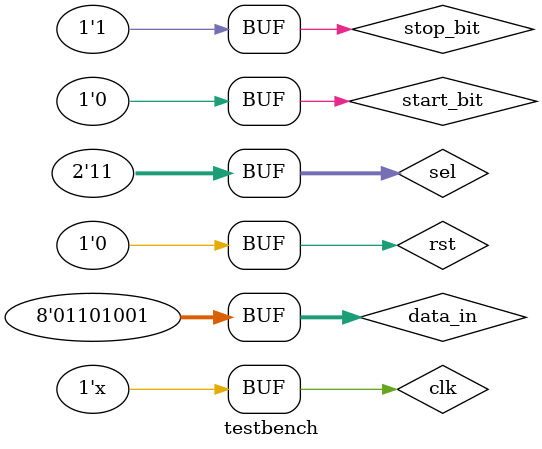
<source format=v>

module testbench;
    reg [7:0] data_in;
    reg clk, rst;
    reg [1:0] sel;
    reg start_bit;
    reg stop_bit;
    wire data;
    wire [7:0] data_out;
    wire parity_error, stopbit_error;
    
    always #1 clk = ~clk;
                // Adjust the clock period as needed
    
    baud_rate_generator brg ( clk, rst, sel, clkout);
    
    UART_TX uut_tx (
        .start_bit(start_bit),
        .stop_bit(stop_bit),
        .clk(clkout),
        .rst(rst),
        .tx_data(data_in),
        .TX_data_out(data)
        
    );
    
    UART_RX uut_rx (
        .data_i(data),
        .clk(clkout),
        .rst(rst),
        .data_out(data_out),
        .parity_error(parity_error),
        .stopbit_error(stopbit_error)
        
        
    );
    
    initial begin
        clk = 0;
        rst = 1;
        sel = 2'b11;
        start_bit = 1'b1;
        data_in = 8'b01101001;
        stop_bit = 1'b0;
        
        #10 rst = 0;
        #320 start_bit = 1'b0;
             stop_bit  = 1'b1;
             
        
        // Add more test cases as needed
    end
endmodule

</source>
